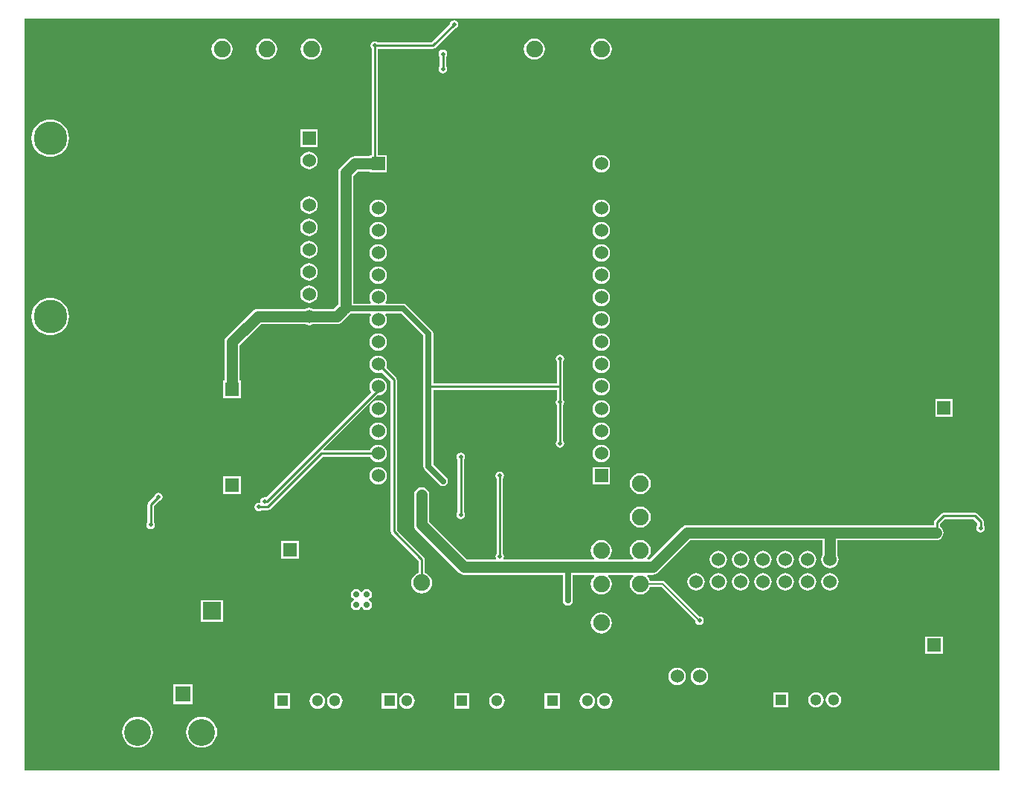
<source format=gbl>
%FSLAX25Y25*%
%MOIN*%
G70*
G01*
G75*
G04 Layer_Physical_Order=2*
G04 Layer_Color=16711680*
%ADD10R,0.02992X0.03347*%
%ADD11R,0.04331X0.02362*%
%ADD12O,0.04331X0.02362*%
%ADD13R,0.08661X0.11024*%
%ADD14O,0.07480X0.02362*%
%ADD15R,0.07480X0.02362*%
%ADD16R,0.03347X0.02992*%
%ADD17O,0.03150X0.01102*%
%ADD18R,0.06496X0.09449*%
%ADD19R,0.00866X0.02756*%
%ADD20R,0.01378X0.01969*%
%ADD21R,0.02795X0.01811*%
%ADD22R,0.05709X0.08268*%
%ADD23R,0.10984X0.07539*%
%ADD24R,0.03500X0.05000*%
%ADD25R,0.20866X0.09843*%
%ADD26R,0.07874X0.12992*%
%ADD27R,0.07874X0.03543*%
%ADD28R,0.08268X0.05709*%
%ADD29R,0.04331X0.06890*%
%ADD30R,0.02500X0.04173*%
%ADD31R,0.24803X0.21654*%
%ADD32R,0.10827X0.03543*%
%ADD33R,0.16700X0.15000*%
%ADD34C,0.01000*%
%ADD35C,0.02500*%
%ADD36C,0.01000*%
%ADD37C,0.00800*%
%ADD38R,0.06000X0.06000*%
%ADD39C,0.06000*%
%ADD40C,0.15000*%
%ADD41C,0.07500*%
%ADD42C,0.05118*%
%ADD43R,0.05118X0.05118*%
%ADD44C,0.05906*%
%ADD45R,0.08000X0.08000*%
%ADD46C,0.08000*%
%ADD47R,0.06000X0.06000*%
%ADD48C,0.07000*%
%ADD49R,0.07000X0.07000*%
%ADD50C,0.12000*%
%ADD51C,0.23622*%
%ADD52C,0.27559*%
%ADD53C,0.02000*%
%ADD54C,0.02800*%
%ADD55C,0.05000*%
G36*
X438573Y1427D02*
X1427D01*
Y338573D01*
X438573D01*
Y1427D01*
D02*
G37*
%LPC*%
G36*
X332500Y89934D02*
X331482Y89800D01*
X330533Y89407D01*
X329718Y88781D01*
X329093Y87967D01*
X328700Y87018D01*
X328566Y86000D01*
X328700Y84982D01*
X329093Y84033D01*
X329718Y83218D01*
X330533Y82593D01*
X331482Y82200D01*
X332500Y82066D01*
X333518Y82200D01*
X334467Y82593D01*
X335281Y83218D01*
X335907Y84033D01*
X336300Y84982D01*
X336434Y86000D01*
X336300Y87018D01*
X335907Y87967D01*
X335281Y88781D01*
X334467Y89407D01*
X333518Y89800D01*
X332500Y89934D01*
D02*
G37*
G36*
X322500D02*
X321482Y89800D01*
X320533Y89407D01*
X319719Y88781D01*
X319093Y87967D01*
X318700Y87018D01*
X318566Y86000D01*
X318700Y84982D01*
X319093Y84033D01*
X319719Y83218D01*
X320533Y82593D01*
X321482Y82200D01*
X322500Y82066D01*
X323518Y82200D01*
X324467Y82593D01*
X325282Y83218D01*
X325907Y84033D01*
X326300Y84982D01*
X326434Y86000D01*
X326300Y87018D01*
X325907Y87967D01*
X325282Y88781D01*
X324467Y89407D01*
X323518Y89800D01*
X322500Y89934D01*
D02*
G37*
G36*
X342500D02*
X341482Y89800D01*
X340533Y89407D01*
X339719Y88781D01*
X339093Y87967D01*
X338700Y87018D01*
X338566Y86000D01*
X338700Y84982D01*
X339093Y84033D01*
X339719Y83218D01*
X340533Y82593D01*
X341482Y82200D01*
X342500Y82066D01*
X343518Y82200D01*
X344467Y82593D01*
X345282Y83218D01*
X345907Y84033D01*
X346300Y84982D01*
X346434Y86000D01*
X346300Y87018D01*
X345907Y87967D01*
X345282Y88781D01*
X344467Y89407D01*
X343518Y89800D01*
X342500Y89934D01*
D02*
G37*
G36*
X362500D02*
X361482Y89800D01*
X360533Y89407D01*
X359718Y88781D01*
X359093Y87967D01*
X358700Y87018D01*
X358566Y86000D01*
X358700Y84982D01*
X359093Y84033D01*
X359718Y83218D01*
X360533Y82593D01*
X361482Y82200D01*
X362500Y82066D01*
X363518Y82200D01*
X364467Y82593D01*
X365282Y83218D01*
X365907Y84033D01*
X366300Y84982D01*
X366434Y86000D01*
X366300Y87018D01*
X365907Y87967D01*
X365282Y88781D01*
X364467Y89407D01*
X363518Y89800D01*
X362500Y89934D01*
D02*
G37*
G36*
X352500D02*
X351482Y89800D01*
X350533Y89407D01*
X349718Y88781D01*
X349093Y87967D01*
X348700Y87018D01*
X348566Y86000D01*
X348700Y84982D01*
X349093Y84033D01*
X349718Y83218D01*
X350533Y82593D01*
X351482Y82200D01*
X352500Y82066D01*
X353518Y82200D01*
X354467Y82593D01*
X355281Y83218D01*
X355907Y84033D01*
X356300Y84982D01*
X356434Y86000D01*
X356300Y87018D01*
X355907Y87967D01*
X355281Y88781D01*
X354467Y89407D01*
X353518Y89800D01*
X352500Y89934D01*
D02*
G37*
G36*
X160000Y187434D02*
X158982Y187300D01*
X158033Y186907D01*
X157219Y186282D01*
X156593Y185467D01*
X156200Y184518D01*
X156066Y183500D01*
X156200Y182482D01*
X156593Y181533D01*
X157219Y180719D01*
X158033Y180093D01*
X158982Y179700D01*
X160000Y179566D01*
X161018Y179700D01*
X161557Y179924D01*
X165573Y175909D01*
Y108500D01*
X165573Y108500D01*
X165681Y107954D01*
X165991Y107491D01*
X178073Y95409D01*
Y89942D01*
X177155Y89562D01*
X176184Y88816D01*
X175438Y87845D01*
X174970Y86714D01*
X174810Y85500D01*
X174970Y84286D01*
X175438Y83155D01*
X176184Y82184D01*
X177155Y81438D01*
X178286Y80970D01*
X179500Y80810D01*
X180714Y80970D01*
X181845Y81438D01*
X182816Y82184D01*
X183562Y83155D01*
X184030Y84286D01*
X184190Y85500D01*
X184030Y86714D01*
X183562Y87845D01*
X182816Y88816D01*
X181845Y89562D01*
X180927Y89942D01*
Y96000D01*
X180927Y96000D01*
X180819Y96546D01*
X180509Y97009D01*
X168427Y109091D01*
Y176500D01*
X168319Y177046D01*
X168009Y177509D01*
X168009Y177509D01*
X163576Y181942D01*
X163800Y182482D01*
X163934Y183500D01*
X163800Y184518D01*
X163407Y185467D01*
X162782Y186282D01*
X161967Y186907D01*
X161018Y187300D01*
X160000Y187434D01*
D02*
G37*
G36*
X90400Y77742D02*
X80600D01*
Y67943D01*
X90400D01*
Y77742D01*
D02*
G37*
G36*
X154862Y82707D02*
X153965Y82529D01*
X153204Y82020D01*
X152800Y81416D01*
X152200D01*
X151796Y82020D01*
X151035Y82529D01*
X150138Y82707D01*
X149240Y82529D01*
X148480Y82020D01*
X147971Y81260D01*
X147793Y80362D01*
X147971Y79465D01*
X148480Y78704D01*
X149084Y78300D01*
Y77700D01*
X148480Y77296D01*
X147971Y76535D01*
X147793Y75638D01*
X147971Y74740D01*
X148480Y73980D01*
X149240Y73471D01*
X150138Y73293D01*
X151035Y73471D01*
X151796Y73980D01*
X152200Y74584D01*
X152800D01*
X153204Y73980D01*
X153965Y73471D01*
X154862Y73293D01*
X155760Y73471D01*
X156520Y73980D01*
X157029Y74740D01*
X157207Y75638D01*
X157029Y76535D01*
X156520Y77296D01*
X155916Y77700D01*
Y78300D01*
X156520Y78704D01*
X157029Y79465D01*
X157207Y80362D01*
X157029Y81260D01*
X156520Y82020D01*
X155760Y82529D01*
X154862Y82707D01*
D02*
G37*
G36*
X312500Y89934D02*
X311482Y89800D01*
X310533Y89407D01*
X309718Y88781D01*
X309093Y87967D01*
X308700Y87018D01*
X308566Y86000D01*
X308700Y84982D01*
X309093Y84033D01*
X309718Y83218D01*
X310533Y82593D01*
X311482Y82200D01*
X312500Y82066D01*
X313518Y82200D01*
X314467Y82593D01*
X315282Y83218D01*
X315907Y84033D01*
X316300Y84982D01*
X316434Y86000D01*
X316300Y87018D01*
X315907Y87967D01*
X315282Y88781D01*
X314467Y89407D01*
X313518Y89800D01*
X312500Y89934D01*
D02*
G37*
G36*
X302500D02*
X301482Y89800D01*
X300533Y89407D01*
X299718Y88781D01*
X299093Y87967D01*
X298700Y87018D01*
X298566Y86000D01*
X298700Y84982D01*
X299093Y84033D01*
X299718Y83218D01*
X300533Y82593D01*
X301482Y82200D01*
X302500Y82066D01*
X303518Y82200D01*
X304467Y82593D01*
X305281Y83218D01*
X305907Y84033D01*
X306300Y84982D01*
X306434Y86000D01*
X306300Y87018D01*
X305907Y87967D01*
X305281Y88781D01*
X304467Y89407D01*
X303518Y89800D01*
X302500Y89934D01*
D02*
G37*
G36*
X124400Y104290D02*
X116600D01*
Y96490D01*
X124400D01*
Y104290D01*
D02*
G37*
G36*
X214500Y135437D02*
X213759Y135290D01*
X213130Y134870D01*
X212710Y134241D01*
X212563Y133500D01*
X212710Y132759D01*
X213073Y132216D01*
Y98534D01*
X212710Y97991D01*
X212563Y97250D01*
X212710Y96509D01*
X212744Y96459D01*
X212461Y95929D01*
X199920D01*
X182929Y112920D01*
Y125000D01*
X182812Y125888D01*
X182470Y126715D01*
X181925Y127425D01*
X181215Y127970D01*
X180388Y128313D01*
X179500Y128429D01*
X178612Y128313D01*
X177785Y127970D01*
X177075Y127425D01*
X176530Y126715D01*
X176188Y125888D01*
X176071Y125000D01*
Y111500D01*
X176071Y111500D01*
X176071D01*
X176188Y110612D01*
X176530Y109785D01*
X177075Y109075D01*
X196075Y90075D01*
X196785Y89530D01*
X197612Y89188D01*
X198500Y89071D01*
X242808D01*
Y77500D01*
X242975Y76661D01*
X243450Y75950D01*
X244161Y75475D01*
X245000Y75308D01*
X245839Y75475D01*
X246550Y75950D01*
X247025Y76661D01*
X247192Y77500D01*
Y89071D01*
X256733D01*
X256926Y88503D01*
X256684Y88316D01*
X255938Y87345D01*
X255470Y86214D01*
X255310Y85000D01*
X255470Y83786D01*
X255938Y82655D01*
X256684Y81684D01*
X257655Y80938D01*
X258786Y80470D01*
X260000Y80310D01*
X261214Y80470D01*
X262345Y80938D01*
X263316Y81684D01*
X264062Y82655D01*
X264530Y83786D01*
X264690Y85000D01*
X264530Y86214D01*
X264062Y87345D01*
X263316Y88316D01*
X263074Y88503D01*
X263267Y89071D01*
X274233D01*
X274426Y88503D01*
X274184Y88316D01*
X273438Y87345D01*
X272970Y86214D01*
X272810Y85000D01*
X272970Y83786D01*
X273438Y82655D01*
X274184Y81684D01*
X275155Y80938D01*
X276286Y80470D01*
X277500Y80310D01*
X278714Y80470D01*
X279845Y80938D01*
X280816Y81684D01*
X281562Y82655D01*
X281984Y83675D01*
X286951D01*
X302073Y68552D01*
X302063Y68500D01*
X302210Y67759D01*
X302630Y67130D01*
X303259Y66710D01*
X304000Y66563D01*
X304741Y66710D01*
X305370Y67130D01*
X305790Y67759D01*
X305937Y68500D01*
X305790Y69241D01*
X305370Y69870D01*
X304741Y70290D01*
X304000Y70437D01*
X303948Y70427D01*
X288437Y85937D01*
X288007Y86225D01*
X287500Y86326D01*
X281984D01*
X281562Y87345D01*
X280816Y88316D01*
X280574Y88503D01*
X280767Y89071D01*
X283000D01*
X283888Y89188D01*
X284715Y89530D01*
X285425Y90075D01*
X299921Y104571D01*
X359071D01*
Y97912D01*
X358700Y97018D01*
X358566Y96000D01*
X358700Y94982D01*
X359093Y94033D01*
X359718Y93218D01*
X360533Y92593D01*
X361482Y92200D01*
X362500Y92066D01*
X363518Y92200D01*
X364467Y92593D01*
X365282Y93218D01*
X365907Y94033D01*
X366300Y94982D01*
X366434Y96000D01*
X366300Y97018D01*
X365929Y97912D01*
Y104571D01*
X410000D01*
X410888Y104688D01*
X411715Y105030D01*
X412425Y105575D01*
X412970Y106285D01*
X413312Y107112D01*
X413429Y108000D01*
X413312Y108888D01*
X412970Y109715D01*
X412425Y110425D01*
X411927Y110807D01*
Y111909D01*
X414091Y114073D01*
X426909D01*
X428573Y112409D01*
Y111284D01*
X428210Y110741D01*
X428063Y110000D01*
X428210Y109259D01*
X428630Y108630D01*
X429259Y108210D01*
X430000Y108063D01*
X430741Y108210D01*
X431370Y108630D01*
X431790Y109259D01*
X431937Y110000D01*
X431790Y110741D01*
X431427Y111284D01*
Y113000D01*
X431319Y113546D01*
X431195Y113732D01*
X431009Y114009D01*
X431009Y114009D01*
X428509Y116509D01*
X428046Y116819D01*
X427500Y116927D01*
X427500Y116927D01*
X413500D01*
X413500Y116927D01*
X412954Y116819D01*
X412491Y116509D01*
X412491Y116509D01*
X409491Y113509D01*
X409181Y113046D01*
X409073Y112500D01*
X409073Y112500D01*
Y111429D01*
X298500D01*
X297612Y111312D01*
X296785Y110970D01*
X296075Y110425D01*
X281579Y95929D01*
X280767D01*
X280574Y96497D01*
X280816Y96684D01*
X281562Y97655D01*
X282030Y98786D01*
X282190Y100000D01*
X282030Y101214D01*
X281562Y102345D01*
X280816Y103316D01*
X279845Y104062D01*
X278714Y104530D01*
X277500Y104690D01*
X276286Y104530D01*
X275155Y104062D01*
X274184Y103316D01*
X273438Y102345D01*
X272970Y101214D01*
X272810Y100000D01*
X272970Y98786D01*
X273438Y97655D01*
X274184Y96684D01*
X274426Y96497D01*
X274233Y95929D01*
X263267D01*
X263074Y96497D01*
X263316Y96684D01*
X264062Y97655D01*
X264530Y98786D01*
X264690Y100000D01*
X264530Y101214D01*
X264062Y102345D01*
X263316Y103316D01*
X262345Y104062D01*
X261214Y104530D01*
X260000Y104690D01*
X258786Y104530D01*
X257655Y104062D01*
X256684Y103316D01*
X255938Y102345D01*
X255470Y101214D01*
X255310Y100000D01*
X255470Y98786D01*
X255938Y97655D01*
X256684Y96684D01*
X256926Y96497D01*
X256733Y95929D01*
X216539D01*
X216256Y96459D01*
X216290Y96509D01*
X216437Y97250D01*
X216290Y97991D01*
X215927Y98534D01*
Y132216D01*
X216290Y132759D01*
X216437Y133500D01*
X216290Y134241D01*
X215870Y134870D01*
X215241Y135290D01*
X214500Y135437D01*
D02*
G37*
G36*
X61500Y125937D02*
X60759Y125790D01*
X60130Y125370D01*
X59710Y124741D01*
X59583Y124102D01*
X56991Y121509D01*
X56681Y121046D01*
X56573Y120500D01*
X56573Y120500D01*
Y112784D01*
X56210Y112241D01*
X56063Y111500D01*
X56210Y110759D01*
X56630Y110130D01*
X57259Y109710D01*
X58000Y109563D01*
X58741Y109710D01*
X59370Y110130D01*
X59790Y110759D01*
X59937Y111500D01*
X59790Y112241D01*
X59427Y112784D01*
Y119909D01*
X61602Y122083D01*
X62241Y122210D01*
X62870Y122630D01*
X63290Y123259D01*
X63437Y124000D01*
X63290Y124741D01*
X62870Y125370D01*
X62241Y125790D01*
X61500Y125937D01*
D02*
G37*
G36*
X197000Y143937D02*
X196259Y143790D01*
X195630Y143370D01*
X195210Y142741D01*
X195063Y142000D01*
X195210Y141259D01*
X195573Y140716D01*
Y138000D01*
Y117284D01*
X195210Y116741D01*
X195063Y116000D01*
X195210Y115259D01*
X195630Y114630D01*
X196259Y114210D01*
X197000Y114063D01*
X197741Y114210D01*
X198370Y114630D01*
X198790Y115259D01*
X198937Y116000D01*
X198790Y116741D01*
X198427Y117284D01*
Y138000D01*
Y140716D01*
X198790Y141259D01*
X198937Y142000D01*
X198790Y142741D01*
X198370Y143370D01*
X197741Y143790D01*
X197000Y143937D01*
D02*
G37*
G36*
X277500Y119690D02*
X276286Y119530D01*
X275155Y119062D01*
X274184Y118316D01*
X273438Y117345D01*
X272970Y116214D01*
X272810Y115000D01*
X272970Y113786D01*
X273438Y112655D01*
X274184Y111684D01*
X275155Y110938D01*
X276286Y110470D01*
X277500Y110310D01*
X278714Y110470D01*
X279845Y110938D01*
X280816Y111684D01*
X281562Y112655D01*
X282030Y113786D01*
X282190Y115000D01*
X282030Y116214D01*
X281562Y117345D01*
X280816Y118316D01*
X279845Y119062D01*
X278714Y119530D01*
X277500Y119690D01*
D02*
G37*
G36*
X322500Y99934D02*
X321482Y99800D01*
X320533Y99407D01*
X319719Y98782D01*
X319093Y97967D01*
X318700Y97018D01*
X318566Y96000D01*
X318700Y94982D01*
X319093Y94033D01*
X319719Y93218D01*
X320533Y92593D01*
X321482Y92200D01*
X322500Y92066D01*
X323518Y92200D01*
X324467Y92593D01*
X325282Y93218D01*
X325907Y94033D01*
X326300Y94982D01*
X326434Y96000D01*
X326300Y97018D01*
X325907Y97967D01*
X325282Y98782D01*
X324467Y99407D01*
X323518Y99800D01*
X322500Y99934D01*
D02*
G37*
G36*
X312500D02*
X311482Y99800D01*
X310533Y99407D01*
X309718Y98782D01*
X309093Y97967D01*
X308700Y97018D01*
X308566Y96000D01*
X308700Y94982D01*
X309093Y94033D01*
X309718Y93218D01*
X310533Y92593D01*
X311482Y92200D01*
X312500Y92066D01*
X313518Y92200D01*
X314467Y92593D01*
X315282Y93218D01*
X315907Y94033D01*
X316300Y94982D01*
X316434Y96000D01*
X316300Y97018D01*
X315907Y97967D01*
X315282Y98782D01*
X314467Y99407D01*
X313518Y99800D01*
X312500Y99934D01*
D02*
G37*
G36*
X332500D02*
X331482Y99800D01*
X330533Y99407D01*
X329718Y98782D01*
X329093Y97967D01*
X328700Y97018D01*
X328566Y96000D01*
X328700Y94982D01*
X329093Y94033D01*
X329718Y93218D01*
X330533Y92593D01*
X331482Y92200D01*
X332500Y92066D01*
X333518Y92200D01*
X334467Y92593D01*
X335281Y93218D01*
X335907Y94033D01*
X336300Y94982D01*
X336434Y96000D01*
X336300Y97018D01*
X335907Y97967D01*
X335281Y98782D01*
X334467Y99407D01*
X333518Y99800D01*
X332500Y99934D01*
D02*
G37*
G36*
X352500D02*
X351482Y99800D01*
X350533Y99407D01*
X349718Y98782D01*
X349093Y97967D01*
X348700Y97018D01*
X348566Y96000D01*
X348700Y94982D01*
X349093Y94033D01*
X349718Y93218D01*
X350533Y92593D01*
X351482Y92200D01*
X352500Y92066D01*
X353518Y92200D01*
X354467Y92593D01*
X355281Y93218D01*
X355907Y94033D01*
X356300Y94982D01*
X356434Y96000D01*
X356300Y97018D01*
X355907Y97967D01*
X355281Y98782D01*
X354467Y99407D01*
X353518Y99800D01*
X352500Y99934D01*
D02*
G37*
G36*
X342500D02*
X341482Y99800D01*
X340533Y99407D01*
X339719Y98782D01*
X339093Y97967D01*
X338700Y97018D01*
X338566Y96000D01*
X338700Y94982D01*
X339093Y94033D01*
X339719Y93218D01*
X340533Y92593D01*
X341482Y92200D01*
X342500Y92066D01*
X343518Y92200D01*
X344467Y92593D01*
X345282Y93218D01*
X345907Y94033D01*
X346300Y94982D01*
X346434Y96000D01*
X346300Y97018D01*
X345907Y97967D01*
X345282Y98782D01*
X344467Y99407D01*
X343518Y99800D01*
X342500Y99934D01*
D02*
G37*
G36*
X253748Y35989D02*
X252845Y35870D01*
X252004Y35522D01*
X251281Y34967D01*
X250727Y34244D01*
X250378Y33403D01*
X250259Y32500D01*
X250378Y31597D01*
X250727Y30755D01*
X251281Y30033D01*
X252004Y29478D01*
X252845Y29130D01*
X253748Y29011D01*
X254651Y29130D01*
X255492Y29478D01*
X256215Y30033D01*
X256769Y30755D01*
X257118Y31597D01*
X257237Y32500D01*
X257118Y33403D01*
X256769Y34244D01*
X256215Y34967D01*
X255492Y35522D01*
X254651Y35870D01*
X253748Y35989D01*
D02*
G37*
G36*
X213248D02*
X212345Y35870D01*
X211504Y35522D01*
X210781Y34967D01*
X210226Y34244D01*
X209878Y33403D01*
X209759Y32500D01*
X209878Y31597D01*
X210226Y30755D01*
X210781Y30033D01*
X211504Y29478D01*
X212345Y29130D01*
X213248Y29011D01*
X214151Y29130D01*
X214992Y29478D01*
X215715Y30033D01*
X216269Y30755D01*
X216618Y31597D01*
X216737Y32500D01*
X216618Y33403D01*
X216269Y34244D01*
X215715Y34967D01*
X214992Y35522D01*
X214151Y35870D01*
X213248Y35989D01*
D02*
G37*
G36*
X261622D02*
X260719Y35870D01*
X259878Y35522D01*
X259155Y34967D01*
X258601Y34244D01*
X258252Y33403D01*
X258133Y32500D01*
X258252Y31597D01*
X258601Y30755D01*
X259155Y30033D01*
X259878Y29478D01*
X260719Y29130D01*
X261622Y29011D01*
X262525Y29130D01*
X263367Y29478D01*
X264089Y30033D01*
X264644Y30755D01*
X264992Y31597D01*
X265111Y32500D01*
X264992Y33403D01*
X264644Y34244D01*
X264089Y34967D01*
X263367Y35522D01*
X262525Y35870D01*
X261622Y35989D01*
D02*
G37*
G36*
X168459Y35959D02*
X161541D01*
Y29041D01*
X168459D01*
Y35959D01*
D02*
G37*
G36*
X120459D02*
X113541D01*
Y29041D01*
X120459D01*
Y35959D01*
D02*
G37*
G36*
X80870Y25425D02*
X79517Y25292D01*
X78217Y24898D01*
X77018Y24257D01*
X75967Y23395D01*
X75105Y22344D01*
X74464Y21145D01*
X74070Y19845D01*
X73937Y18492D01*
X74070Y17140D01*
X74464Y15839D01*
X75105Y14640D01*
X75967Y13589D01*
X77018Y12727D01*
X78217Y12087D01*
X79517Y11692D01*
X80870Y11559D01*
X82223Y11692D01*
X83523Y12087D01*
X84722Y12727D01*
X85773Y13589D01*
X86635Y14640D01*
X87276Y15839D01*
X87670Y17140D01*
X87804Y18492D01*
X87670Y19845D01*
X87276Y21145D01*
X86635Y22344D01*
X85773Y23395D01*
X84722Y24257D01*
X83523Y24898D01*
X82223Y25292D01*
X80870Y25425D01*
D02*
G37*
G36*
X52130D02*
X50777Y25292D01*
X49477Y24898D01*
X48278Y24257D01*
X47227Y23395D01*
X46365Y22344D01*
X45724Y21145D01*
X45330Y19845D01*
X45197Y18492D01*
X45330Y17140D01*
X45724Y15839D01*
X46365Y14640D01*
X47227Y13589D01*
X48278Y12727D01*
X49477Y12087D01*
X50777Y11692D01*
X52130Y11559D01*
X53483Y11692D01*
X54783Y12087D01*
X55982Y12727D01*
X57033Y13589D01*
X57895Y14640D01*
X58535Y15839D01*
X58930Y17140D01*
X59063Y18492D01*
X58930Y19845D01*
X58535Y21145D01*
X57895Y22344D01*
X57033Y23395D01*
X55982Y24257D01*
X54783Y24898D01*
X53483Y25292D01*
X52130Y25425D01*
D02*
G37*
G36*
X132748Y35989D02*
X131845Y35870D01*
X131004Y35522D01*
X130281Y34967D01*
X129727Y34244D01*
X129378Y33403D01*
X129259Y32500D01*
X129378Y31597D01*
X129727Y30755D01*
X130281Y30033D01*
X131004Y29478D01*
X131845Y29130D01*
X132748Y29011D01*
X133651Y29130D01*
X134493Y29478D01*
X135215Y30033D01*
X135769Y30755D01*
X136118Y31597D01*
X136237Y32500D01*
X136118Y33403D01*
X135769Y34244D01*
X135215Y34967D01*
X134493Y35522D01*
X133651Y35870D01*
X132748Y35989D01*
D02*
G37*
G36*
X172874D02*
X171971Y35870D01*
X171130Y35522D01*
X170407Y34967D01*
X169852Y34244D01*
X169504Y33403D01*
X169385Y32500D01*
X169504Y31597D01*
X169852Y30755D01*
X170407Y30033D01*
X171130Y29478D01*
X171971Y29130D01*
X172874Y29011D01*
X173777Y29130D01*
X174618Y29478D01*
X175341Y30033D01*
X175896Y30755D01*
X176244Y31597D01*
X176363Y32500D01*
X176244Y33403D01*
X175896Y34244D01*
X175341Y34967D01*
X174618Y35522D01*
X173777Y35870D01*
X172874Y35989D01*
D02*
G37*
G36*
X140622D02*
X139719Y35870D01*
X138878Y35522D01*
X138155Y34967D01*
X137601Y34244D01*
X137252Y33403D01*
X137133Y32500D01*
X137252Y31597D01*
X137601Y30755D01*
X138155Y30033D01*
X138878Y29478D01*
X139719Y29130D01*
X140622Y29011D01*
X141525Y29130D01*
X142367Y29478D01*
X143089Y30033D01*
X143643Y30755D01*
X143992Y31597D01*
X144111Y32500D01*
X143992Y33403D01*
X143643Y34244D01*
X143089Y34967D01*
X142367Y35522D01*
X141525Y35870D01*
X140622Y35989D01*
D02*
G37*
G36*
X294000Y47434D02*
X292982Y47300D01*
X292033Y46907D01*
X291218Y46281D01*
X290593Y45467D01*
X290200Y44518D01*
X290066Y43500D01*
X290200Y42482D01*
X290593Y41533D01*
X291218Y40718D01*
X292033Y40093D01*
X292982Y39700D01*
X294000Y39566D01*
X295018Y39700D01*
X295967Y40093D01*
X296781Y40718D01*
X297407Y41533D01*
X297800Y42482D01*
X297934Y43500D01*
X297800Y44518D01*
X297407Y45467D01*
X296781Y46281D01*
X295967Y46907D01*
X295018Y47300D01*
X294000Y47434D01*
D02*
G37*
G36*
X76806Y39900D02*
X68006D01*
Y31100D01*
X76806D01*
Y39900D01*
D02*
G37*
G36*
X304000Y47434D02*
X302982Y47300D01*
X302033Y46907D01*
X301219Y46281D01*
X300593Y45467D01*
X300200Y44518D01*
X300066Y43500D01*
X300200Y42482D01*
X300593Y41533D01*
X301219Y40718D01*
X302033Y40093D01*
X302982Y39700D01*
X304000Y39566D01*
X305018Y39700D01*
X305967Y40093D01*
X306782Y40718D01*
X307407Y41533D01*
X307800Y42482D01*
X307934Y43500D01*
X307800Y44518D01*
X307407Y45467D01*
X306782Y46281D01*
X305967Y46907D01*
X305018Y47300D01*
X304000Y47434D01*
D02*
G37*
G36*
X260000Y72190D02*
X258786Y72030D01*
X257655Y71562D01*
X256684Y70816D01*
X255938Y69845D01*
X255470Y68714D01*
X255310Y67500D01*
X255470Y66286D01*
X255938Y65155D01*
X256684Y64184D01*
X257655Y63438D01*
X258786Y62970D01*
X260000Y62810D01*
X261214Y62970D01*
X262345Y63438D01*
X263316Y64184D01*
X264062Y65155D01*
X264530Y66286D01*
X264690Y67500D01*
X264530Y68714D01*
X264062Y69845D01*
X263316Y70816D01*
X262345Y71562D01*
X261214Y72030D01*
X260000Y72190D01*
D02*
G37*
G36*
X413010Y61400D02*
X405210D01*
Y53600D01*
X413010D01*
Y61400D01*
D02*
G37*
G36*
X241459Y35959D02*
X234541D01*
Y29041D01*
X241459D01*
Y35959D01*
D02*
G37*
G36*
X200959D02*
X194041D01*
Y29041D01*
X200959D01*
Y35959D01*
D02*
G37*
G36*
X356248Y36489D02*
X355345Y36370D01*
X354504Y36022D01*
X353781Y35467D01*
X353226Y34745D01*
X352878Y33903D01*
X352759Y33000D01*
X352878Y32097D01*
X353226Y31255D01*
X353781Y30533D01*
X354504Y29978D01*
X355345Y29630D01*
X356248Y29511D01*
X357151Y29630D01*
X357993Y29978D01*
X358715Y30533D01*
X359269Y31255D01*
X359618Y32097D01*
X359737Y33000D01*
X359618Y33903D01*
X359269Y34745D01*
X358715Y35467D01*
X357993Y36022D01*
X357151Y36370D01*
X356248Y36489D01*
D02*
G37*
G36*
X343959Y36459D02*
X337041D01*
Y29541D01*
X343959D01*
Y36459D01*
D02*
G37*
G36*
X364122Y36489D02*
X363219Y36370D01*
X362378Y36022D01*
X361655Y35467D01*
X361101Y34745D01*
X360752Y33903D01*
X360633Y33000D01*
X360752Y32097D01*
X361101Y31255D01*
X361655Y30533D01*
X362378Y29978D01*
X363219Y29630D01*
X364122Y29511D01*
X365025Y29630D01*
X365866Y29978D01*
X366589Y30533D01*
X367144Y31255D01*
X367492Y32097D01*
X367611Y33000D01*
X367492Y33903D01*
X367144Y34745D01*
X366589Y35467D01*
X365866Y36022D01*
X365025Y36370D01*
X364122Y36489D01*
D02*
G37*
G36*
X277500Y134690D02*
X276286Y134530D01*
X275155Y134062D01*
X274184Y133316D01*
X273438Y132345D01*
X272970Y131214D01*
X272810Y130000D01*
X272970Y128786D01*
X273438Y127655D01*
X274184Y126684D01*
X275155Y125938D01*
X276286Y125470D01*
X277500Y125310D01*
X278714Y125470D01*
X279845Y125938D01*
X280816Y126684D01*
X281562Y127655D01*
X282030Y128786D01*
X282190Y130000D01*
X282030Y131214D01*
X281562Y132345D01*
X280816Y133316D01*
X279845Y134062D01*
X278714Y134530D01*
X277500Y134690D01*
D02*
G37*
G36*
X160000Y257434D02*
X158982Y257300D01*
X158033Y256907D01*
X157219Y256281D01*
X156593Y255467D01*
X156200Y254518D01*
X156066Y253500D01*
X156200Y252482D01*
X156593Y251533D01*
X157219Y250718D01*
X158033Y250093D01*
X158982Y249700D01*
X160000Y249566D01*
X161018Y249700D01*
X161967Y250093D01*
X162782Y250718D01*
X163407Y251533D01*
X163800Y252482D01*
X163934Y253500D01*
X163800Y254518D01*
X163407Y255467D01*
X162782Y256281D01*
X161967Y256907D01*
X161018Y257300D01*
X160000Y257434D01*
D02*
G37*
G36*
X129000Y248934D02*
X127982Y248800D01*
X127033Y248407D01*
X126218Y247781D01*
X125593Y246967D01*
X125200Y246018D01*
X125066Y245000D01*
X125200Y243982D01*
X125593Y243033D01*
X126218Y242218D01*
X127033Y241593D01*
X127982Y241200D01*
X129000Y241066D01*
X130018Y241200D01*
X130967Y241593D01*
X131781Y242218D01*
X132407Y243033D01*
X132800Y243982D01*
X132934Y245000D01*
X132800Y246018D01*
X132407Y246967D01*
X131781Y247781D01*
X130967Y248407D01*
X130018Y248800D01*
X129000Y248934D01*
D02*
G37*
G36*
X260000Y257434D02*
X258982Y257300D01*
X258033Y256907D01*
X257219Y256281D01*
X256593Y255467D01*
X256200Y254518D01*
X256066Y253500D01*
X256200Y252482D01*
X256593Y251533D01*
X257219Y250718D01*
X258033Y250093D01*
X258982Y249700D01*
X260000Y249566D01*
X261018Y249700D01*
X261967Y250093D01*
X262782Y250718D01*
X263407Y251533D01*
X263800Y252482D01*
X263934Y253500D01*
X263800Y254518D01*
X263407Y255467D01*
X262782Y256281D01*
X261967Y256907D01*
X261018Y257300D01*
X260000Y257434D01*
D02*
G37*
G36*
Y277434D02*
X258982Y277300D01*
X258033Y276907D01*
X257219Y276281D01*
X256593Y275467D01*
X256200Y274518D01*
X256066Y273500D01*
X256200Y272482D01*
X256593Y271533D01*
X257219Y270719D01*
X258033Y270093D01*
X258982Y269700D01*
X260000Y269566D01*
X261018Y269700D01*
X261967Y270093D01*
X262782Y270719D01*
X263407Y271533D01*
X263800Y272482D01*
X263934Y273500D01*
X263800Y274518D01*
X263407Y275467D01*
X262782Y276281D01*
X261967Y276907D01*
X261018Y277300D01*
X260000Y277434D01*
D02*
G37*
G36*
X129000Y258934D02*
X127982Y258800D01*
X127033Y258407D01*
X126218Y257782D01*
X125593Y256967D01*
X125200Y256018D01*
X125066Y255000D01*
X125200Y253982D01*
X125593Y253033D01*
X126218Y252219D01*
X127033Y251593D01*
X127982Y251200D01*
X129000Y251066D01*
X130018Y251200D01*
X130967Y251593D01*
X131781Y252219D01*
X132407Y253033D01*
X132800Y253982D01*
X132934Y255000D01*
X132800Y256018D01*
X132407Y256967D01*
X131781Y257782D01*
X130967Y258407D01*
X130018Y258800D01*
X129000Y258934D01*
D02*
G37*
G36*
X260000Y237434D02*
X258982Y237300D01*
X258033Y236907D01*
X257219Y236281D01*
X256593Y235467D01*
X256200Y234518D01*
X256066Y233500D01*
X256200Y232482D01*
X256593Y231533D01*
X257219Y230718D01*
X258033Y230093D01*
X258982Y229700D01*
X260000Y229566D01*
X261018Y229700D01*
X261967Y230093D01*
X262782Y230718D01*
X263407Y231533D01*
X263800Y232482D01*
X263934Y233500D01*
X263800Y234518D01*
X263407Y235467D01*
X262782Y236281D01*
X261967Y236907D01*
X261018Y237300D01*
X260000Y237434D01*
D02*
G37*
G36*
X160000D02*
X158982Y237300D01*
X158033Y236907D01*
X157219Y236281D01*
X156593Y235467D01*
X156200Y234518D01*
X156066Y233500D01*
X156200Y232482D01*
X156593Y231533D01*
X157219Y230718D01*
X158033Y230093D01*
X158982Y229700D01*
X160000Y229566D01*
X161018Y229700D01*
X161967Y230093D01*
X162782Y230718D01*
X163407Y231533D01*
X163800Y232482D01*
X163934Y233500D01*
X163800Y234518D01*
X163407Y235467D01*
X162782Y236281D01*
X161967Y236907D01*
X161018Y237300D01*
X160000Y237434D01*
D02*
G37*
G36*
X129000Y238934D02*
X127982Y238800D01*
X127033Y238407D01*
X126218Y237782D01*
X125593Y236967D01*
X125200Y236018D01*
X125066Y235000D01*
X125200Y233982D01*
X125593Y233033D01*
X126218Y232219D01*
X127033Y231593D01*
X127982Y231200D01*
X129000Y231066D01*
X130018Y231200D01*
X130967Y231593D01*
X131781Y232219D01*
X132407Y233033D01*
X132800Y233982D01*
X132934Y235000D01*
X132800Y236018D01*
X132407Y236967D01*
X131781Y237782D01*
X130967Y238407D01*
X130018Y238800D01*
X129000Y238934D01*
D02*
G37*
G36*
X260000Y247434D02*
X258982Y247300D01*
X258033Y246907D01*
X257219Y246282D01*
X256593Y245467D01*
X256200Y244518D01*
X256066Y243500D01*
X256200Y242482D01*
X256593Y241533D01*
X257219Y240719D01*
X258033Y240093D01*
X258982Y239700D01*
X260000Y239566D01*
X261018Y239700D01*
X261967Y240093D01*
X262782Y240719D01*
X263407Y241533D01*
X263800Y242482D01*
X263934Y243500D01*
X263800Y244518D01*
X263407Y245467D01*
X262782Y246282D01*
X261967Y246907D01*
X261018Y247300D01*
X260000Y247434D01*
D02*
G37*
G36*
X160000D02*
X158982Y247300D01*
X158033Y246907D01*
X157219Y246282D01*
X156593Y245467D01*
X156200Y244518D01*
X156066Y243500D01*
X156200Y242482D01*
X156593Y241533D01*
X157219Y240719D01*
X158033Y240093D01*
X158982Y239700D01*
X160000Y239566D01*
X161018Y239700D01*
X161967Y240093D01*
X162782Y240719D01*
X163407Y241533D01*
X163800Y242482D01*
X163934Y243500D01*
X163800Y244518D01*
X163407Y245467D01*
X162782Y246282D01*
X161967Y246907D01*
X161018Y247300D01*
X160000Y247434D01*
D02*
G37*
G36*
X130000Y329690D02*
X128786Y329530D01*
X127655Y329062D01*
X126684Y328316D01*
X125938Y327345D01*
X125470Y326214D01*
X125310Y325000D01*
X125470Y323786D01*
X125938Y322655D01*
X126684Y321684D01*
X127655Y320938D01*
X128786Y320470D01*
X130000Y320310D01*
X131214Y320470D01*
X132345Y320938D01*
X133316Y321684D01*
X134062Y322655D01*
X134530Y323786D01*
X134690Y325000D01*
X134530Y326214D01*
X134062Y327345D01*
X133316Y328316D01*
X132345Y329062D01*
X131214Y329530D01*
X130000Y329690D01*
D02*
G37*
G36*
X110000D02*
X108786Y329530D01*
X107655Y329062D01*
X106684Y328316D01*
X105938Y327345D01*
X105470Y326214D01*
X105310Y325000D01*
X105470Y323786D01*
X105938Y322655D01*
X106684Y321684D01*
X107655Y320938D01*
X108786Y320470D01*
X110000Y320310D01*
X111214Y320470D01*
X112345Y320938D01*
X113316Y321684D01*
X114062Y322655D01*
X114530Y323786D01*
X114690Y325000D01*
X114530Y326214D01*
X114062Y327345D01*
X113316Y328316D01*
X112345Y329062D01*
X111214Y329530D01*
X110000Y329690D01*
D02*
G37*
G36*
X230000D02*
X228786Y329530D01*
X227655Y329062D01*
X226684Y328316D01*
X225938Y327345D01*
X225470Y326214D01*
X225310Y325000D01*
X225470Y323786D01*
X225938Y322655D01*
X226684Y321684D01*
X227655Y320938D01*
X228786Y320470D01*
X230000Y320310D01*
X231214Y320470D01*
X232345Y320938D01*
X233316Y321684D01*
X234062Y322655D01*
X234530Y323786D01*
X234690Y325000D01*
X234530Y326214D01*
X234062Y327345D01*
X233316Y328316D01*
X232345Y329062D01*
X231214Y329530D01*
X230000Y329690D01*
D02*
G37*
G36*
X194000Y337937D02*
X193259Y337790D01*
X192630Y337370D01*
X192210Y336741D01*
X192083Y336102D01*
X183909Y327927D01*
X159784D01*
X159241Y328290D01*
X158500Y328437D01*
X157759Y328290D01*
X157130Y327870D01*
X156710Y327241D01*
X156563Y326500D01*
X156710Y325759D01*
X157073Y325216D01*
Y277400D01*
X156100D01*
Y276929D01*
X149500D01*
X148612Y276813D01*
X147785Y276470D01*
X147075Y275925D01*
X143075Y271925D01*
X142530Y271215D01*
X142188Y270388D01*
X142071Y269500D01*
Y210267D01*
X142032Y210218D01*
X141325Y209675D01*
X140079Y208429D01*
X130912D01*
X130018Y208800D01*
X129000Y208934D01*
X127982Y208800D01*
X127088Y208429D01*
X106000D01*
X105112Y208313D01*
X104285Y207970D01*
X103575Y207425D01*
X92075Y195925D01*
X91530Y195215D01*
X91188Y194388D01*
X91071Y193500D01*
Y176290D01*
X90600D01*
Y168490D01*
X98400D01*
Y176290D01*
X97929D01*
Y192079D01*
X107421Y201571D01*
X127088D01*
X127982Y201200D01*
X129000Y201066D01*
X130018Y201200D01*
X130912Y201571D01*
X141500D01*
X142388Y201688D01*
X143215Y202030D01*
X143925Y202575D01*
X143925Y202575D01*
X143925Y202575D01*
X146175Y204825D01*
X146718Y205532D01*
X147425Y206075D01*
X147658Y206308D01*
X156560D01*
X156826Y205770D01*
X156593Y205467D01*
X156200Y204518D01*
X156066Y203500D01*
X156200Y202482D01*
X156593Y201533D01*
X157219Y200718D01*
X158033Y200093D01*
X158982Y199700D01*
X160000Y199566D01*
X161018Y199700D01*
X161967Y200093D01*
X162782Y200718D01*
X163407Y201533D01*
X163800Y202482D01*
X163934Y203500D01*
X163800Y204518D01*
X163407Y205467D01*
X163174Y205770D01*
X163440Y206308D01*
X170342D01*
X180308Y196342D01*
Y173500D01*
Y143500D01*
Y137750D01*
X180475Y136911D01*
X180950Y136200D01*
X180950Y136200D01*
X180950Y136200D01*
X187575Y129575D01*
X188286Y129100D01*
X189125Y128933D01*
X189964Y129100D01*
X190675Y129575D01*
X191150Y130286D01*
X191317Y131125D01*
X191150Y131964D01*
X190675Y132675D01*
X184692Y138658D01*
Y143500D01*
Y172073D01*
X240073D01*
Y167784D01*
X239710Y167241D01*
X239563Y166500D01*
X239710Y165759D01*
X240073Y165216D01*
Y149284D01*
X239710Y148741D01*
X239563Y148000D01*
X239710Y147259D01*
X240130Y146630D01*
X240759Y146210D01*
X241500Y146063D01*
X242241Y146210D01*
X242870Y146630D01*
X243290Y147259D01*
X243437Y148000D01*
X243290Y148741D01*
X242927Y149284D01*
Y165216D01*
X243290Y165759D01*
X243437Y166500D01*
X243290Y167241D01*
X242927Y167784D01*
Y173500D01*
Y184716D01*
X243290Y185259D01*
X243437Y186000D01*
X243290Y186741D01*
X242870Y187370D01*
X242241Y187790D01*
X241500Y187937D01*
X240759Y187790D01*
X240130Y187370D01*
X239710Y186741D01*
X239563Y186000D01*
X239710Y185259D01*
X240073Y184716D01*
Y174927D01*
X184692D01*
Y197250D01*
X184525Y198089D01*
X184050Y198800D01*
X172800Y210050D01*
X172089Y210525D01*
X171250Y210692D01*
X163440D01*
X163174Y211230D01*
X163407Y211533D01*
X163800Y212482D01*
X163934Y213500D01*
X163800Y214518D01*
X163407Y215467D01*
X162782Y216282D01*
X161967Y216907D01*
X161018Y217300D01*
X160000Y217434D01*
X158982Y217300D01*
X158033Y216907D01*
X157219Y216282D01*
X156593Y215467D01*
X156200Y214518D01*
X156066Y213500D01*
X156200Y212482D01*
X156593Y211533D01*
X156826Y211230D01*
X156560Y210692D01*
X148929D01*
Y268079D01*
X150920Y270071D01*
X156100D01*
Y269600D01*
X163900D01*
Y277400D01*
X159927D01*
Y325073D01*
X184500D01*
X184500Y325073D01*
X185046Y325181D01*
X185509Y325491D01*
X194102Y334083D01*
X194741Y334210D01*
X195370Y334630D01*
X195790Y335259D01*
X195937Y336000D01*
X195790Y336741D01*
X195370Y337370D01*
X194741Y337790D01*
X194000Y337937D01*
D02*
G37*
G36*
X260000Y329690D02*
X258786Y329530D01*
X257655Y329062D01*
X256684Y328316D01*
X255938Y327345D01*
X255470Y326214D01*
X255310Y325000D01*
X255470Y323786D01*
X255938Y322655D01*
X256684Y321684D01*
X257655Y320938D01*
X258786Y320470D01*
X260000Y320310D01*
X261214Y320470D01*
X262345Y320938D01*
X263316Y321684D01*
X264062Y322655D01*
X264530Y323786D01*
X264690Y325000D01*
X264530Y326214D01*
X264062Y327345D01*
X263316Y328316D01*
X262345Y329062D01*
X261214Y329530D01*
X260000Y329690D01*
D02*
G37*
G36*
X13000Y293441D02*
X11353Y293279D01*
X9770Y292798D01*
X8311Y292018D01*
X7032Y290968D01*
X5982Y289689D01*
X5202Y288230D01*
X4721Y286647D01*
X4559Y285000D01*
X4721Y283353D01*
X5202Y281770D01*
X5982Y280311D01*
X7032Y279032D01*
X8311Y277982D01*
X9770Y277202D01*
X11353Y276722D01*
X13000Y276559D01*
X14647Y276722D01*
X16230Y277202D01*
X17689Y277982D01*
X18968Y279032D01*
X20018Y280311D01*
X20798Y281770D01*
X21279Y283353D01*
X21441Y285000D01*
X21279Y286647D01*
X20798Y288230D01*
X20018Y289689D01*
X18968Y290968D01*
X17689Y292018D01*
X16230Y292798D01*
X14647Y293279D01*
X13000Y293441D01*
D02*
G37*
G36*
X129000Y278934D02*
X127982Y278800D01*
X127033Y278407D01*
X126218Y277782D01*
X125593Y276967D01*
X125200Y276018D01*
X125066Y275000D01*
X125200Y273982D01*
X125593Y273033D01*
X126218Y272218D01*
X127033Y271593D01*
X127982Y271200D01*
X129000Y271066D01*
X130018Y271200D01*
X130967Y271593D01*
X131781Y272218D01*
X132407Y273033D01*
X132800Y273982D01*
X132934Y275000D01*
X132800Y276018D01*
X132407Y276967D01*
X131781Y277782D01*
X130967Y278407D01*
X130018Y278800D01*
X129000Y278934D01*
D02*
G37*
G36*
X132900Y288900D02*
X125100D01*
Y281100D01*
X132900D01*
Y288900D01*
D02*
G37*
G36*
X90000Y329690D02*
X88786Y329530D01*
X87655Y329062D01*
X86684Y328316D01*
X85938Y327345D01*
X85470Y326214D01*
X85310Y325000D01*
X85470Y323786D01*
X85938Y322655D01*
X86684Y321684D01*
X87655Y320938D01*
X88786Y320470D01*
X90000Y320310D01*
X91214Y320470D01*
X92345Y320938D01*
X93316Y321684D01*
X94062Y322655D01*
X94530Y323786D01*
X94690Y325000D01*
X94530Y326214D01*
X94062Y327345D01*
X93316Y328316D01*
X92345Y329062D01*
X91214Y329530D01*
X90000Y329690D01*
D02*
G37*
G36*
X189000Y324736D02*
X188259Y324589D01*
X187630Y324169D01*
X187210Y323540D01*
X187063Y322799D01*
X187210Y322058D01*
X187573Y321516D01*
Y317284D01*
X187210Y316741D01*
X187063Y316000D01*
X187210Y315259D01*
X187630Y314630D01*
X188259Y314210D01*
X189000Y314063D01*
X189741Y314210D01*
X190370Y314630D01*
X190790Y315259D01*
X190937Y316000D01*
X190790Y316741D01*
X190427Y317284D01*
Y321516D01*
X190790Y322058D01*
X190937Y322799D01*
X190790Y323540D01*
X190370Y324169D01*
X189741Y324589D01*
X189000Y324736D01*
D02*
G37*
G36*
X129000Y228934D02*
X127982Y228800D01*
X127033Y228407D01*
X126218Y227782D01*
X125593Y226967D01*
X125200Y226018D01*
X125066Y225000D01*
X125200Y223982D01*
X125593Y223033D01*
X126218Y222218D01*
X127033Y221593D01*
X127982Y221200D01*
X129000Y221066D01*
X130018Y221200D01*
X130967Y221593D01*
X131781Y222218D01*
X132407Y223033D01*
X132800Y223982D01*
X132934Y225000D01*
X132800Y226018D01*
X132407Y226967D01*
X131781Y227782D01*
X130967Y228407D01*
X130018Y228800D01*
X129000Y228934D01*
D02*
G37*
G36*
X160000Y167434D02*
X158982Y167300D01*
X158033Y166907D01*
X157219Y166281D01*
X156593Y165467D01*
X156200Y164518D01*
X156066Y163500D01*
X156200Y162482D01*
X156593Y161533D01*
X157219Y160719D01*
X158033Y160093D01*
X158982Y159700D01*
X160000Y159566D01*
X161018Y159700D01*
X161967Y160093D01*
X162782Y160719D01*
X163407Y161533D01*
X163800Y162482D01*
X163934Y163500D01*
X163800Y164518D01*
X163407Y165467D01*
X162782Y166281D01*
X161967Y166907D01*
X161018Y167300D01*
X160000Y167434D01*
D02*
G37*
G36*
X260000Y157434D02*
X258982Y157300D01*
X258033Y156907D01*
X257219Y156281D01*
X256593Y155467D01*
X256200Y154518D01*
X256066Y153500D01*
X256200Y152482D01*
X256593Y151533D01*
X257219Y150718D01*
X258033Y150093D01*
X258982Y149700D01*
X260000Y149566D01*
X261018Y149700D01*
X261967Y150093D01*
X262782Y150718D01*
X263407Y151533D01*
X263800Y152482D01*
X263934Y153500D01*
X263800Y154518D01*
X263407Y155467D01*
X262782Y156281D01*
X261967Y156907D01*
X261018Y157300D01*
X260000Y157434D01*
D02*
G37*
G36*
Y167434D02*
X258982Y167300D01*
X258033Y166907D01*
X257219Y166281D01*
X256593Y165467D01*
X256200Y164518D01*
X256066Y163500D01*
X256200Y162482D01*
X256593Y161533D01*
X257219Y160719D01*
X258033Y160093D01*
X258982Y159700D01*
X260000Y159566D01*
X261018Y159700D01*
X261967Y160093D01*
X262782Y160719D01*
X263407Y161533D01*
X263800Y162482D01*
X263934Y163500D01*
X263800Y164518D01*
X263407Y165467D01*
X262782Y166281D01*
X261967Y166907D01*
X261018Y167300D01*
X260000Y167434D01*
D02*
G37*
G36*
X160000Y177434D02*
X158982Y177300D01*
X158033Y176907D01*
X157219Y176281D01*
X156593Y175467D01*
X156200Y174518D01*
X156066Y173500D01*
X156200Y172482D01*
X156593Y171533D01*
X156993Y171012D01*
X109759Y123778D01*
X109741Y123790D01*
X109000Y123937D01*
X108259Y123790D01*
X107630Y123370D01*
X107210Y122741D01*
X107063Y122000D01*
X107097Y121827D01*
X106673Y121403D01*
X106500Y121437D01*
X105759Y121290D01*
X105130Y120870D01*
X104710Y120241D01*
X104563Y119500D01*
X104710Y118759D01*
X105130Y118130D01*
X105759Y117710D01*
X106500Y117563D01*
X107241Y117710D01*
X107784Y118073D01*
X110500D01*
X110500Y118073D01*
X111046Y118181D01*
X111509Y118491D01*
X135091Y142073D01*
X156370D01*
X156593Y141533D01*
X157219Y140718D01*
X158033Y140093D01*
X158982Y139700D01*
X160000Y139566D01*
X161018Y139700D01*
X161967Y140093D01*
X162782Y140718D01*
X163407Y141533D01*
X163800Y142482D01*
X163934Y143500D01*
X163800Y144518D01*
X163407Y145467D01*
X162782Y146282D01*
X161967Y146907D01*
X161018Y147300D01*
X160000Y147434D01*
X158982Y147300D01*
X158033Y146907D01*
X157219Y146282D01*
X156593Y145467D01*
X156370Y144927D01*
X135730D01*
X135501Y145482D01*
X159633Y169615D01*
X160000Y169566D01*
X161018Y169700D01*
X161967Y170093D01*
X162782Y170719D01*
X163407Y171533D01*
X163800Y172482D01*
X163934Y173500D01*
X163800Y174518D01*
X163407Y175467D01*
X162782Y176281D01*
X161967Y176907D01*
X161018Y177300D01*
X160000Y177434D01*
D02*
G37*
G36*
X417510Y167900D02*
X409710D01*
Y160100D01*
X417510D01*
Y167900D01*
D02*
G37*
G36*
X160000Y137434D02*
X158982Y137300D01*
X158033Y136907D01*
X157219Y136282D01*
X156593Y135467D01*
X156200Y134518D01*
X156066Y133500D01*
X156200Y132482D01*
X156593Y131533D01*
X157219Y130719D01*
X158033Y130093D01*
X158982Y129700D01*
X160000Y129566D01*
X161018Y129700D01*
X161967Y130093D01*
X162782Y130719D01*
X163407Y131533D01*
X163800Y132482D01*
X163934Y133500D01*
X163800Y134518D01*
X163407Y135467D01*
X162782Y136282D01*
X161967Y136907D01*
X161018Y137300D01*
X160000Y137434D01*
D02*
G37*
G36*
X98400Y133290D02*
X90600D01*
Y125490D01*
X98400D01*
Y133290D01*
D02*
G37*
G36*
X263900Y137400D02*
X256100D01*
Y129600D01*
X263900D01*
Y137400D01*
D02*
G37*
G36*
X160000Y157434D02*
X158982Y157300D01*
X158033Y156907D01*
X157219Y156281D01*
X156593Y155467D01*
X156200Y154518D01*
X156066Y153500D01*
X156200Y152482D01*
X156593Y151533D01*
X157219Y150718D01*
X158033Y150093D01*
X158982Y149700D01*
X160000Y149566D01*
X161018Y149700D01*
X161967Y150093D01*
X162782Y150718D01*
X163407Y151533D01*
X163800Y152482D01*
X163934Y153500D01*
X163800Y154518D01*
X163407Y155467D01*
X162782Y156281D01*
X161967Y156907D01*
X161018Y157300D01*
X160000Y157434D01*
D02*
G37*
G36*
X260000Y147434D02*
X258982Y147300D01*
X258033Y146907D01*
X257219Y146282D01*
X256593Y145467D01*
X256200Y144518D01*
X256066Y143500D01*
X256200Y142482D01*
X256593Y141533D01*
X257219Y140718D01*
X258033Y140093D01*
X258982Y139700D01*
X260000Y139566D01*
X261018Y139700D01*
X261967Y140093D01*
X262782Y140718D01*
X263407Y141533D01*
X263800Y142482D01*
X263934Y143500D01*
X263800Y144518D01*
X263407Y145467D01*
X262782Y146282D01*
X261967Y146907D01*
X261018Y147300D01*
X260000Y147434D01*
D02*
G37*
G36*
Y217434D02*
X258982Y217300D01*
X258033Y216907D01*
X257219Y216282D01*
X256593Y215467D01*
X256200Y214518D01*
X256066Y213500D01*
X256200Y212482D01*
X256593Y211533D01*
X257219Y210718D01*
X258033Y210093D01*
X258982Y209700D01*
X260000Y209566D01*
X261018Y209700D01*
X261967Y210093D01*
X262782Y210718D01*
X263407Y211533D01*
X263800Y212482D01*
X263934Y213500D01*
X263800Y214518D01*
X263407Y215467D01*
X262782Y216282D01*
X261967Y216907D01*
X261018Y217300D01*
X260000Y217434D01*
D02*
G37*
G36*
Y207434D02*
X258982Y207300D01*
X258033Y206907D01*
X257219Y206281D01*
X256593Y205467D01*
X256200Y204518D01*
X256066Y203500D01*
X256200Y202482D01*
X256593Y201533D01*
X257219Y200718D01*
X258033Y200093D01*
X258982Y199700D01*
X260000Y199566D01*
X261018Y199700D01*
X261967Y200093D01*
X262782Y200718D01*
X263407Y201533D01*
X263800Y202482D01*
X263934Y203500D01*
X263800Y204518D01*
X263407Y205467D01*
X262782Y206281D01*
X261967Y206907D01*
X261018Y207300D01*
X260000Y207434D01*
D02*
G37*
G36*
X129000Y218934D02*
X127982Y218800D01*
X127033Y218407D01*
X126218Y217781D01*
X125593Y216967D01*
X125200Y216018D01*
X125066Y215000D01*
X125200Y213982D01*
X125593Y213033D01*
X126218Y212218D01*
X127033Y211593D01*
X127982Y211200D01*
X129000Y211066D01*
X130018Y211200D01*
X130967Y211593D01*
X131781Y212218D01*
X132407Y213033D01*
X132800Y213982D01*
X132934Y215000D01*
X132800Y216018D01*
X132407Y216967D01*
X131781Y217781D01*
X130967Y218407D01*
X130018Y218800D01*
X129000Y218934D01*
D02*
G37*
G36*
X260000Y227434D02*
X258982Y227300D01*
X258033Y226907D01*
X257219Y226281D01*
X256593Y225467D01*
X256200Y224518D01*
X256066Y223500D01*
X256200Y222482D01*
X256593Y221533D01*
X257219Y220719D01*
X258033Y220093D01*
X258982Y219700D01*
X260000Y219566D01*
X261018Y219700D01*
X261967Y220093D01*
X262782Y220719D01*
X263407Y221533D01*
X263800Y222482D01*
X263934Y223500D01*
X263800Y224518D01*
X263407Y225467D01*
X262782Y226281D01*
X261967Y226907D01*
X261018Y227300D01*
X260000Y227434D01*
D02*
G37*
G36*
X160000D02*
X158982Y227300D01*
X158033Y226907D01*
X157219Y226281D01*
X156593Y225467D01*
X156200Y224518D01*
X156066Y223500D01*
X156200Y222482D01*
X156593Y221533D01*
X157219Y220719D01*
X158033Y220093D01*
X158982Y219700D01*
X160000Y219566D01*
X161018Y219700D01*
X161967Y220093D01*
X162782Y220719D01*
X163407Y221533D01*
X163800Y222482D01*
X163934Y223500D01*
X163800Y224518D01*
X163407Y225467D01*
X162782Y226281D01*
X161967Y226907D01*
X161018Y227300D01*
X160000Y227434D01*
D02*
G37*
G36*
X260000Y187434D02*
X258982Y187300D01*
X258033Y186907D01*
X257219Y186282D01*
X256593Y185467D01*
X256200Y184518D01*
X256066Y183500D01*
X256200Y182482D01*
X256593Y181533D01*
X257219Y180719D01*
X258033Y180093D01*
X258982Y179700D01*
X260000Y179566D01*
X261018Y179700D01*
X261967Y180093D01*
X262782Y180719D01*
X263407Y181533D01*
X263800Y182482D01*
X263934Y183500D01*
X263800Y184518D01*
X263407Y185467D01*
X262782Y186282D01*
X261967Y186907D01*
X261018Y187300D01*
X260000Y187434D01*
D02*
G37*
G36*
Y177434D02*
X258982Y177300D01*
X258033Y176907D01*
X257219Y176281D01*
X256593Y175467D01*
X256200Y174518D01*
X256066Y173500D01*
X256200Y172482D01*
X256593Y171533D01*
X257219Y170719D01*
X258033Y170093D01*
X258982Y169700D01*
X260000Y169566D01*
X261018Y169700D01*
X261967Y170093D01*
X262782Y170719D01*
X263407Y171533D01*
X263800Y172482D01*
X263934Y173500D01*
X263800Y174518D01*
X263407Y175467D01*
X262782Y176281D01*
X261967Y176907D01*
X261018Y177300D01*
X260000Y177434D01*
D02*
G37*
G36*
X160000Y197434D02*
X158982Y197300D01*
X158033Y196907D01*
X157219Y196282D01*
X156593Y195467D01*
X156200Y194518D01*
X156066Y193500D01*
X156200Y192482D01*
X156593Y191533D01*
X157219Y190718D01*
X158033Y190093D01*
X158982Y189700D01*
X160000Y189566D01*
X161018Y189700D01*
X161967Y190093D01*
X162782Y190718D01*
X163407Y191533D01*
X163800Y192482D01*
X163934Y193500D01*
X163800Y194518D01*
X163407Y195467D01*
X162782Y196282D01*
X161967Y196907D01*
X161018Y197300D01*
X160000Y197434D01*
D02*
G37*
G36*
X13000Y213441D02*
X11353Y213279D01*
X9770Y212798D01*
X8311Y212018D01*
X7032Y210968D01*
X5982Y209689D01*
X5202Y208230D01*
X4721Y206647D01*
X4559Y205000D01*
X4721Y203353D01*
X5202Y201770D01*
X5982Y200311D01*
X7032Y199032D01*
X8311Y197982D01*
X9770Y197202D01*
X11353Y196721D01*
X13000Y196559D01*
X14647Y196721D01*
X16230Y197202D01*
X17689Y197982D01*
X18968Y199032D01*
X20018Y200311D01*
X20798Y201770D01*
X21279Y203353D01*
X21441Y205000D01*
X21279Y206647D01*
X20798Y208230D01*
X20018Y209689D01*
X18968Y210968D01*
X17689Y212018D01*
X16230Y212798D01*
X14647Y213279D01*
X13000Y213441D01*
D02*
G37*
G36*
X260000Y197434D02*
X258982Y197300D01*
X258033Y196907D01*
X257219Y196282D01*
X256593Y195467D01*
X256200Y194518D01*
X256066Y193500D01*
X256200Y192482D01*
X256593Y191533D01*
X257219Y190718D01*
X258033Y190093D01*
X258982Y189700D01*
X260000Y189566D01*
X261018Y189700D01*
X261967Y190093D01*
X262782Y190718D01*
X263407Y191533D01*
X263800Y192482D01*
X263934Y193500D01*
X263800Y194518D01*
X263407Y195467D01*
X262782Y196282D01*
X261967Y196907D01*
X261018Y197300D01*
X260000Y197434D01*
D02*
G37*
%LPD*%
D34*
X197000Y138000D02*
Y142000D01*
X241500Y173500D02*
Y186000D01*
Y166500D02*
Y173500D01*
X182500D02*
X241500D01*
Y148000D02*
Y166500D01*
X197000Y116000D02*
Y138000D01*
X179500Y85500D02*
Y96000D01*
X167000Y108500D02*
X179500Y96000D01*
X158500Y275000D02*
X160000Y273500D01*
X158500Y275000D02*
Y326500D01*
X184500D01*
X194000Y336000D01*
X160000Y172000D02*
Y173500D01*
X110000Y122000D02*
X160000Y172000D01*
X109000Y122000D02*
X110000D01*
X134500Y143500D02*
X160000D01*
X110500Y119500D02*
X134500Y143500D01*
X106500Y119500D02*
X110500D01*
X214500Y97250D02*
Y133500D01*
X413500Y115500D02*
X427500D01*
X410500Y112500D02*
X413500Y115500D01*
X410500Y109000D02*
Y112500D01*
X427500Y115500D02*
X430000Y113000D01*
Y110000D02*
Y113000D01*
X160000Y183500D02*
X167000Y176500D01*
Y108500D02*
Y176500D01*
X189000Y316000D02*
Y322799D01*
X58000Y120500D02*
X61500Y124000D01*
X58000Y111500D02*
Y120500D01*
D35*
X182500Y137750D02*
X189125Y131125D01*
X182500Y137750D02*
Y143500D01*
X171250Y208500D02*
X182500Y197250D01*
X145000Y208500D02*
X171250D01*
X182500Y143500D02*
Y173500D01*
Y197250D01*
X245000Y77500D02*
Y92500D01*
D37*
X303750Y68250D02*
Y68750D01*
X287500Y85000D02*
X303750Y68750D01*
X277500Y85000D02*
X287500D01*
D38*
X94500Y172390D02*
D03*
X372500Y86000D02*
D03*
X94500Y129390D02*
D03*
X314000Y43500D02*
D03*
X120500Y100390D02*
D03*
D39*
X94500Y158610D02*
D03*
X372500Y96000D02*
D03*
X362500Y86000D02*
D03*
Y96000D02*
D03*
X352500D02*
D03*
Y86000D02*
D03*
X342500Y96000D02*
D03*
Y86000D02*
D03*
X332500Y96000D02*
D03*
Y86000D02*
D03*
X322500D02*
D03*
Y96000D02*
D03*
X312500Y86000D02*
D03*
Y96000D02*
D03*
X302500Y86000D02*
D03*
Y96000D02*
D03*
X94500Y115610D02*
D03*
X304000Y43500D02*
D03*
X294000D02*
D03*
X284000D02*
D03*
X427390Y164000D02*
D03*
X422890Y57500D02*
D03*
X120500Y86610D02*
D03*
X129000Y205000D02*
D03*
Y215000D02*
D03*
Y225000D02*
D03*
Y235000D02*
D03*
Y245000D02*
D03*
Y255000D02*
D03*
Y265000D02*
D03*
Y275000D02*
D03*
X160000Y133500D02*
D03*
Y143500D02*
D03*
Y153500D02*
D03*
Y163500D02*
D03*
Y173500D02*
D03*
Y183500D02*
D03*
Y193500D02*
D03*
Y203500D02*
D03*
Y213500D02*
D03*
Y223500D02*
D03*
Y233500D02*
D03*
Y243500D02*
D03*
Y253500D02*
D03*
Y263500D02*
D03*
X260000Y273500D02*
D03*
Y263500D02*
D03*
Y253500D02*
D03*
Y243500D02*
D03*
Y233500D02*
D03*
Y223500D02*
D03*
Y213500D02*
D03*
Y203500D02*
D03*
Y193500D02*
D03*
Y183500D02*
D03*
Y173500D02*
D03*
Y163500D02*
D03*
Y153500D02*
D03*
Y143500D02*
D03*
D40*
X13000Y285000D02*
D03*
Y205000D02*
D03*
D41*
X260000Y325000D02*
D03*
X230000D02*
D03*
X277500Y130000D02*
D03*
Y115000D02*
D03*
Y100000D02*
D03*
X260000D02*
D03*
Y85000D02*
D03*
X277500Y67500D02*
D03*
X70000Y325000D02*
D03*
X179500Y85500D02*
D03*
X130000Y325000D02*
D03*
X90000D02*
D03*
X260000Y67500D02*
D03*
X277500Y85000D02*
D03*
X110000Y325000D02*
D03*
D42*
X140622Y32500D02*
D03*
X124874D02*
D03*
X132748D02*
D03*
X261622D02*
D03*
X245874D02*
D03*
X253748D02*
D03*
X364122Y33000D02*
D03*
X348374D02*
D03*
X356248D02*
D03*
X371996D02*
D03*
X172874Y32500D02*
D03*
X213248D02*
D03*
X205374D02*
D03*
D43*
X117000D02*
D03*
X238000D02*
D03*
X340500Y33000D02*
D03*
X165000Y32500D02*
D03*
X197500D02*
D03*
D44*
X111094Y23732D02*
D03*
X146528D02*
D03*
X232095D02*
D03*
X267528D02*
D03*
X334594Y24232D02*
D03*
X377902D02*
D03*
X178779Y23732D02*
D03*
X159095D02*
D03*
X219153D02*
D03*
X191595D02*
D03*
D45*
X85500Y72843D02*
D03*
D46*
Y53158D02*
D03*
D47*
X413610Y164000D02*
D03*
X409110Y57500D02*
D03*
X129000Y285000D02*
D03*
X160000Y273500D02*
D03*
X260000Y133500D02*
D03*
D48*
X60594Y35500D02*
D03*
D49*
X72405D02*
D03*
D50*
X52130Y18492D02*
D03*
X80870D02*
D03*
D51*
X286713Y152591D02*
D03*
X388287D02*
D03*
X337500Y301606D02*
D03*
D52*
X20000Y20000D02*
D03*
X420000D02*
D03*
X20000Y320000D02*
D03*
X420000D02*
D03*
D53*
X437500Y300000D02*
D03*
X425000Y275000D02*
D03*
X437500Y250000D02*
D03*
X425000Y225000D02*
D03*
X437500Y200000D02*
D03*
X425000Y175000D02*
D03*
X437500Y150000D02*
D03*
X425000Y125000D02*
D03*
Y75000D02*
D03*
X437500Y50000D02*
D03*
X400000Y325000D02*
D03*
X412500Y300000D02*
D03*
X400000Y275000D02*
D03*
X412500Y250000D02*
D03*
X400000Y225000D02*
D03*
X412500Y200000D02*
D03*
X400000Y175000D02*
D03*
Y25000D02*
D03*
X375000Y325000D02*
D03*
X387500Y300000D02*
D03*
X375000Y275000D02*
D03*
X387500Y250000D02*
D03*
X375000Y225000D02*
D03*
X387500Y200000D02*
D03*
X375000Y175000D02*
D03*
X387500Y100000D02*
D03*
X375000Y75000D02*
D03*
X350000Y325000D02*
D03*
X362500Y300000D02*
D03*
X350000Y275000D02*
D03*
X362500Y250000D02*
D03*
X350000Y225000D02*
D03*
X362500Y200000D02*
D03*
X350000Y175000D02*
D03*
X362500Y150000D02*
D03*
X350000Y125000D02*
D03*
Y75000D02*
D03*
Y25000D02*
D03*
X325000Y325000D02*
D03*
Y275000D02*
D03*
X337500Y250000D02*
D03*
X325000Y225000D02*
D03*
X337500Y200000D02*
D03*
X325000Y175000D02*
D03*
X337500Y150000D02*
D03*
X325000Y125000D02*
D03*
X337500Y100000D02*
D03*
X325000Y25000D02*
D03*
X300000Y325000D02*
D03*
X312500Y300000D02*
D03*
X300000Y275000D02*
D03*
X312500Y250000D02*
D03*
X300000Y225000D02*
D03*
X312500Y200000D02*
D03*
X300000Y175000D02*
D03*
X312500Y150000D02*
D03*
X300000Y125000D02*
D03*
X312500Y50000D02*
D03*
X300000Y25000D02*
D03*
X275000Y325000D02*
D03*
X287500Y300000D02*
D03*
X275000Y275000D02*
D03*
X287500Y250000D02*
D03*
X275000Y225000D02*
D03*
X287500Y200000D02*
D03*
X275000Y175000D02*
D03*
X287500Y50000D02*
D03*
X275000Y25000D02*
D03*
X262500Y300000D02*
D03*
X250000Y275000D02*
D03*
Y225000D02*
D03*
Y125000D02*
D03*
X262500Y50000D02*
D03*
X250000Y25000D02*
D03*
X237500Y300000D02*
D03*
X225000Y275000D02*
D03*
X237500Y250000D02*
D03*
X225000Y225000D02*
D03*
X237500Y200000D02*
D03*
X225000Y125000D02*
D03*
Y75000D02*
D03*
Y25000D02*
D03*
X212500Y300000D02*
D03*
X200000Y275000D02*
D03*
X212500Y250000D02*
D03*
X200000Y225000D02*
D03*
X212500Y200000D02*
D03*
X200000Y25000D02*
D03*
X187500Y300000D02*
D03*
X175000Y275000D02*
D03*
X187500Y250000D02*
D03*
X175000Y225000D02*
D03*
X187500Y200000D02*
D03*
X175000Y75000D02*
D03*
X187500Y50000D02*
D03*
X162500Y300000D02*
D03*
Y100000D02*
D03*
X137500Y300000D02*
D03*
Y250000D02*
D03*
Y200000D02*
D03*
X125000Y175000D02*
D03*
X137500Y100000D02*
D03*
X125000Y25000D02*
D03*
X100000Y325000D02*
D03*
X112500Y300000D02*
D03*
Y250000D02*
D03*
X100000Y225000D02*
D03*
Y75000D02*
D03*
Y25000D02*
D03*
X87500Y300000D02*
D03*
X75000Y275000D02*
D03*
X87500Y250000D02*
D03*
X75000Y225000D02*
D03*
X87500Y200000D02*
D03*
X75000Y75000D02*
D03*
Y25000D02*
D03*
X50000Y325000D02*
D03*
X62500Y300000D02*
D03*
X50000Y275000D02*
D03*
X62500Y250000D02*
D03*
X50000Y225000D02*
D03*
X62500Y200000D02*
D03*
X37500Y300000D02*
D03*
X25000Y275000D02*
D03*
X37500Y250000D02*
D03*
X25000Y225000D02*
D03*
X37500Y200000D02*
D03*
X247500Y100000D02*
D03*
Y122500D02*
D03*
X197000Y142000D02*
D03*
X247750Y56500D02*
D03*
Y51500D02*
D03*
X207250Y56000D02*
D03*
Y51000D02*
D03*
X189125Y131125D02*
D03*
X245000Y77500D02*
D03*
X197000Y116000D02*
D03*
X214500Y97250D02*
D03*
X75000Y127500D02*
D03*
Y106750D02*
D03*
X179500Y125000D02*
D03*
Y122500D02*
D03*
X182500Y173500D02*
D03*
Y143500D02*
D03*
X198500Y92500D02*
D03*
X229500Y186000D02*
D03*
Y166500D02*
D03*
Y148000D02*
D03*
X137500Y75500D02*
D03*
X241500Y186000D02*
D03*
Y166500D02*
D03*
Y148000D02*
D03*
X194000Y336000D02*
D03*
X158500Y326500D02*
D03*
X106500Y119500D02*
D03*
X109000Y122000D02*
D03*
X137500Y70500D02*
D03*
Y80500D02*
D03*
X304000Y68500D02*
D03*
X214500Y133500D02*
D03*
X46000Y158500D02*
D03*
X41000D02*
D03*
X422075Y112256D02*
D03*
X418925D02*
D03*
Y107744D02*
D03*
X422075D02*
D03*
X422500Y78500D02*
D03*
Y86000D02*
D03*
X410500Y107000D02*
D03*
Y109000D02*
D03*
X430000Y110000D02*
D03*
X189000Y316000D02*
D03*
Y322799D02*
D03*
X162000Y335000D02*
D03*
X3500Y155000D02*
D03*
Y157500D02*
D03*
Y160000D02*
D03*
Y162500D02*
D03*
X43000Y118500D02*
D03*
Y121000D02*
D03*
X58000Y111500D02*
D03*
X61500Y124000D02*
D03*
X50500Y120500D02*
D03*
X53650D02*
D03*
Y125012D02*
D03*
X50500D02*
D03*
D54*
X150138Y80362D02*
D03*
X154862D02*
D03*
X150138Y75638D02*
D03*
X154862D02*
D03*
X12206Y24500D02*
D03*
X15500Y27794D02*
D03*
X20000Y29000D02*
D03*
X24500Y27794D02*
D03*
X27794Y24500D02*
D03*
X29000Y20000D02*
D03*
X27794Y15500D02*
D03*
X24500Y12206D02*
D03*
X20000Y11000D02*
D03*
X15500Y12206D02*
D03*
X12206Y15500D02*
D03*
X11000Y20000D02*
D03*
X412206Y24500D02*
D03*
X415500Y27794D02*
D03*
X420000Y29000D02*
D03*
X424500Y27794D02*
D03*
X427794Y24500D02*
D03*
X429000Y20000D02*
D03*
X427794Y15500D02*
D03*
X424500Y12206D02*
D03*
X420000Y11000D02*
D03*
X415500Y12206D02*
D03*
X412206Y15500D02*
D03*
X411000Y20000D02*
D03*
X12206Y324500D02*
D03*
X15500Y327794D02*
D03*
X20000Y329000D02*
D03*
X24500Y327794D02*
D03*
X27794Y324500D02*
D03*
X29000Y320000D02*
D03*
X27794Y315500D02*
D03*
X24500Y312206D02*
D03*
X20000Y311000D02*
D03*
X15500Y312206D02*
D03*
X12206Y315500D02*
D03*
X11000Y320000D02*
D03*
X412206Y324500D02*
D03*
X415500Y327794D02*
D03*
X420000Y329000D02*
D03*
X424500Y327794D02*
D03*
X427794Y324500D02*
D03*
X429000Y320000D02*
D03*
X427794Y315500D02*
D03*
X424500Y312206D02*
D03*
X420000Y311000D02*
D03*
X415500Y312206D02*
D03*
X412206Y315500D02*
D03*
X411000Y320000D02*
D03*
D55*
X145000Y208500D02*
X145500Y209000D01*
X141500Y205000D02*
X143750Y207250D01*
X245000Y92500D02*
X283000D01*
X198500D02*
X245000D01*
X179500Y111500D02*
Y125000D01*
Y111500D02*
X198500Y92500D01*
X149500Y273500D02*
X160000D01*
X145500Y269500D02*
X149500Y273500D01*
X145500Y209000D02*
Y269500D01*
X129000Y205000D02*
X141500D01*
X106000D02*
X129000D01*
X94500Y193500D02*
X106000Y205000D01*
X94500Y172390D02*
Y193500D01*
X283000Y92500D02*
X298500Y108000D01*
X410000D01*
X362500Y96000D02*
Y107000D01*
M02*

</source>
